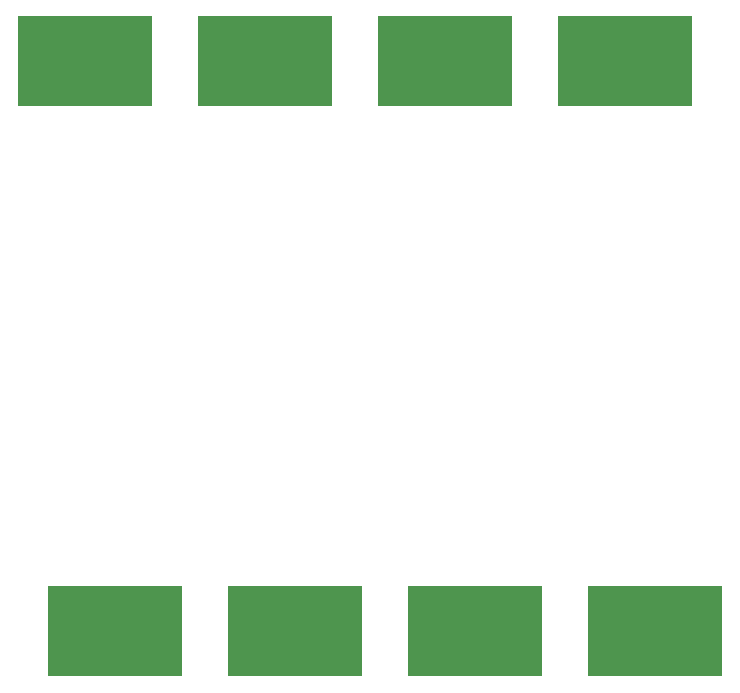
<source format=gbr>
%TF.GenerationSoftware,KiCad,Pcbnew,(6.0.0)*%
%TF.CreationDate,2023-06-08T10:59:27-04:00*%
%TF.ProjectId,OUTPUT,4f555450-5554-42e6-9b69-6361645f7063,rev?*%
%TF.SameCoordinates,Original*%
%TF.FileFunction,Paste,Top*%
%TF.FilePolarity,Positive*%
%FSLAX46Y46*%
G04 Gerber Fmt 4.6, Leading zero omitted, Abs format (unit mm)*
G04 Created by KiCad (PCBNEW (6.0.0)) date 2023-06-08 10:59:27*
%MOMM*%
%LPD*%
G01*
G04 APERTURE LIST*
%ADD10R,11.430000X7.620000*%
G04 APERTURE END LIST*
D10*
%TO.C,T4*%
X140970000Y-113030000D03*
%TD*%
%TO.C,T1*%
X107950000Y-64770000D03*
%TD*%
%TO.C,T5*%
X125730000Y-113030000D03*
%TD*%
%TO.C,T7*%
X95250000Y-113030000D03*
%TD*%
%TO.C,T3*%
X138430000Y-64770000D03*
%TD*%
%TO.C,T0*%
X92710000Y-64770000D03*
%TD*%
%TO.C,T2*%
X123190000Y-64770000D03*
%TD*%
%TO.C,T6*%
X110490000Y-113030000D03*
%TD*%
M02*

</source>
